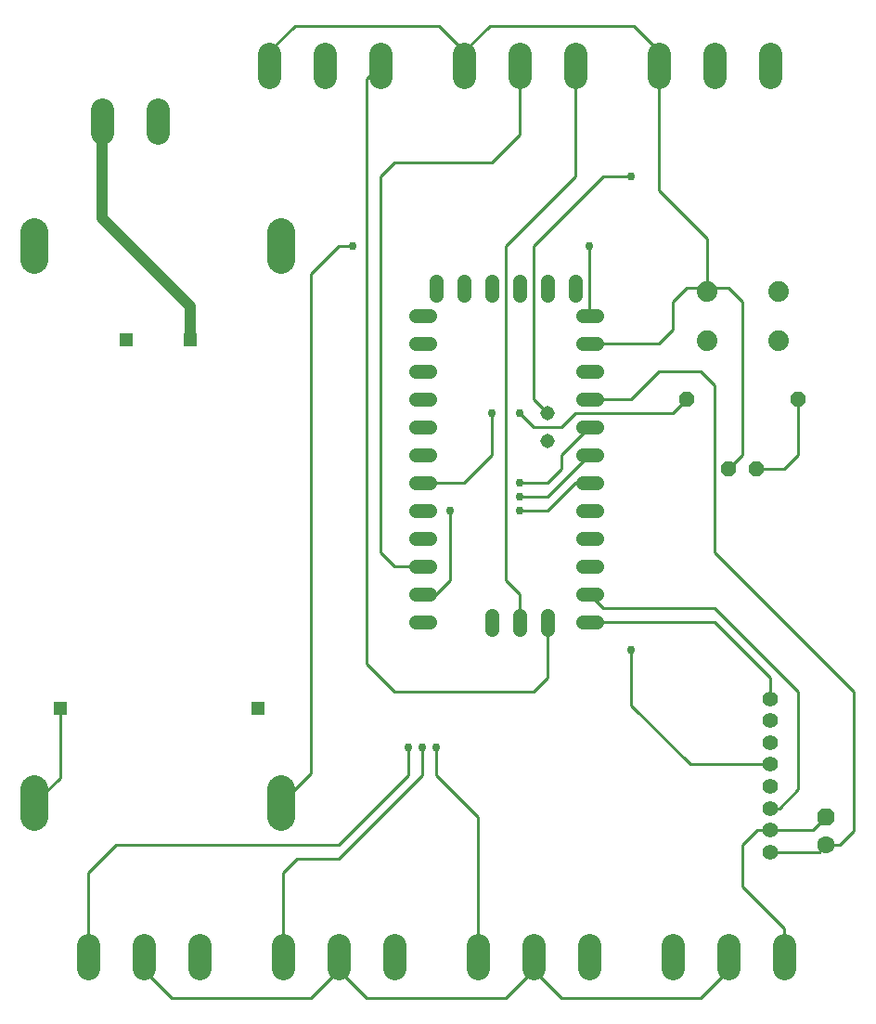
<source format=gbr>
G04 EAGLE Gerber RS-274X export*
G75*
%MOMM*%
%FSLAX34Y34*%
%LPD*%
%INBottom Copper*%
%IPPOS*%
%AMOC8*
5,1,8,0,0,1.08239X$1,22.5*%
G01*
%ADD10P,1.732040X8X112.500000*%
%ADD11C,1.600200*%
%ADD12C,1.879600*%
%ADD13C,2.540000*%
%ADD14P,1.429621X8X22.500000*%
%ADD15C,1.422400*%
%ADD16C,1.308000*%
%ADD17C,1.308000*%
%ADD18R,1.308000X1.308000*%
%ADD19C,2.095500*%
%ADD20C,0.254000*%
%ADD21C,0.756400*%
%ADD22C,1.016000*%


D10*
X774700Y177800D03*
D11*
X774700Y152400D03*
D12*
X665988Y657606D03*
X731012Y657606D03*
X665988Y612394D03*
X731012Y612394D03*
D13*
X52578Y685800D02*
X52578Y711200D01*
X277622Y711200D02*
X277622Y685800D01*
X52578Y203200D02*
X52578Y177800D01*
X277622Y177800D02*
X277622Y203200D01*
D14*
X685800Y495300D03*
X711200Y495300D03*
X647700Y558800D03*
X749300Y558800D03*
D15*
X723900Y145900D03*
X723900Y165900D03*
X723900Y185900D03*
X723900Y205900D03*
X723900Y225900D03*
X723900Y245900D03*
X723900Y265900D03*
X723900Y285900D03*
D16*
X419100Y653860D02*
X419100Y666940D01*
X444500Y666940D02*
X444500Y653860D01*
X469900Y653860D02*
X469900Y666940D01*
X495300Y666940D02*
X495300Y653860D01*
X520700Y653860D02*
X520700Y666940D01*
X546100Y666940D02*
X546100Y653860D01*
X412940Y635000D02*
X399860Y635000D01*
X399860Y609600D02*
X412940Y609600D01*
X412940Y584200D02*
X399860Y584200D01*
X399860Y558800D02*
X412940Y558800D01*
X412940Y533400D02*
X399860Y533400D01*
X399860Y508000D02*
X412940Y508000D01*
X412940Y482600D02*
X399860Y482600D01*
X399860Y457200D02*
X412940Y457200D01*
X412940Y431800D02*
X399860Y431800D01*
X399860Y406400D02*
X412940Y406400D01*
X412940Y381000D02*
X399860Y381000D01*
X399860Y355600D02*
X412940Y355600D01*
X552260Y635000D02*
X565340Y635000D01*
X565340Y609600D02*
X552260Y609600D01*
X552260Y584200D02*
X565340Y584200D01*
X565340Y558800D02*
X552260Y558800D01*
X552260Y533400D02*
X565340Y533400D01*
X565340Y508000D02*
X552260Y508000D01*
X552260Y482600D02*
X565340Y482600D01*
X565340Y457200D02*
X552260Y457200D01*
X552260Y431800D02*
X565340Y431800D01*
X565340Y406400D02*
X552260Y406400D01*
X552260Y381000D02*
X565340Y381000D01*
X565340Y355600D02*
X552260Y355600D01*
X520700Y362140D02*
X520700Y349060D01*
X495300Y349060D02*
X495300Y362140D01*
X469900Y362140D02*
X469900Y349060D01*
D17*
X520700Y546100D03*
X520700Y520700D03*
D18*
X135800Y613000D03*
X194800Y613000D03*
X255800Y277000D03*
X75800Y277000D03*
D19*
X165100Y802323D02*
X165100Y823278D01*
X114300Y823278D02*
X114300Y802323D01*
X101600Y61278D02*
X101600Y40323D01*
X152400Y40323D02*
X152400Y61278D01*
X203200Y61278D02*
X203200Y40323D01*
X279400Y40323D02*
X279400Y61278D01*
X330200Y61278D02*
X330200Y40323D01*
X381000Y40323D02*
X381000Y61278D01*
X457200Y61278D02*
X457200Y40323D01*
X508000Y40323D02*
X508000Y61278D01*
X558800Y61278D02*
X558800Y40323D01*
X635000Y40323D02*
X635000Y61278D01*
X685800Y61278D02*
X685800Y40323D01*
X736600Y40323D02*
X736600Y61278D01*
X723900Y853123D02*
X723900Y874078D01*
X673100Y874078D02*
X673100Y853123D01*
X622300Y853123D02*
X622300Y874078D01*
X546100Y874078D02*
X546100Y853123D01*
X495300Y853123D02*
X495300Y874078D01*
X444500Y874078D02*
X444500Y853123D01*
X368300Y853123D02*
X368300Y874078D01*
X317500Y874078D02*
X317500Y853123D01*
X266700Y853123D02*
X266700Y874078D01*
D20*
X723900Y165900D02*
X762800Y165900D01*
X774700Y177800D01*
X736600Y76200D02*
X736600Y50800D01*
X736600Y76200D02*
X698500Y114300D01*
X698500Y152400D01*
X712000Y165900D02*
X723900Y165900D01*
X712000Y165900D02*
X698500Y152400D01*
X266700Y863600D02*
X266700Y876300D01*
X290070Y899670D01*
X421130Y899670D02*
X444500Y876300D01*
X421130Y899670D02*
X290070Y899670D01*
X444500Y876300D02*
X444500Y863600D01*
X444500Y876300D02*
X467870Y899670D01*
X598930Y899670D02*
X622300Y876300D01*
X622300Y863600D01*
X598930Y899670D02*
X467870Y899670D01*
X622300Y863600D02*
X622300Y749300D01*
X665988Y705612D01*
X665988Y660400D01*
X665988Y657606D01*
X622300Y609600D02*
X558800Y609600D01*
X622300Y609600D02*
X635000Y622300D01*
X635000Y647700D01*
X647700Y660400D01*
X665988Y660400D01*
X698500Y508000D02*
X685800Y495300D01*
X698500Y647700D02*
X685800Y660400D01*
X665988Y660400D01*
X698500Y647700D02*
X698500Y508000D01*
D21*
X431800Y457200D03*
D20*
X431800Y393700D01*
X419100Y381000D01*
X406400Y381000D01*
X635000Y546100D02*
X647700Y558800D01*
X635000Y546100D02*
X546100Y546100D01*
X533400Y533400D01*
X508000Y533400D01*
X495300Y546100D01*
D21*
X495300Y546100D03*
X469900Y546100D03*
D20*
X469900Y508000D01*
X444500Y482600D01*
X406400Y482600D01*
X711200Y495300D02*
X736600Y495300D01*
X749300Y508000D01*
X749300Y558800D01*
X304800Y217678D02*
X277622Y190500D01*
D21*
X342900Y698500D03*
X558800Y698500D03*
D20*
X558800Y635000D01*
X304800Y673100D02*
X304800Y217678D01*
X330200Y698500D02*
X342900Y698500D01*
X330200Y698500D02*
X304800Y673100D01*
X75800Y277000D02*
X75800Y213722D01*
X52578Y190500D01*
X723900Y145900D02*
X768200Y145900D01*
X774700Y152400D01*
X596900Y558800D02*
X622300Y584200D01*
X660400Y584200D01*
X673100Y571500D01*
X673100Y419100D01*
X800100Y292100D01*
X800100Y165100D02*
X787400Y152400D01*
X774700Y152400D01*
X596900Y558800D02*
X558800Y558800D01*
X800100Y292100D02*
X800100Y165100D01*
X673100Y355600D02*
X558800Y355600D01*
X673100Y355600D02*
X723900Y304800D01*
X723900Y285900D01*
X571500Y368300D02*
X558800Y381000D01*
X571500Y368300D02*
X673100Y368300D01*
X723900Y185900D02*
X732000Y185900D01*
X749300Y292100D02*
X673100Y368300D01*
X749300Y292100D02*
X749300Y203200D01*
X732000Y185900D01*
X723900Y225900D02*
X650400Y225900D01*
X596900Y279400D02*
X596900Y330200D01*
D21*
X596900Y330200D03*
D20*
X596900Y279400D02*
X650400Y225900D01*
D22*
X114300Y723900D02*
X114300Y812800D01*
X194800Y643400D02*
X194800Y613000D01*
X194800Y643400D02*
X114300Y723900D01*
D20*
X101600Y127000D02*
X101600Y50800D01*
X101600Y127000D02*
X127000Y152400D01*
X330200Y152400D01*
X393700Y215900D02*
X393700Y241300D01*
X393700Y215900D02*
X330200Y152400D01*
D21*
X393700Y241300D03*
X495300Y482600D03*
D20*
X520700Y482600D01*
X533400Y495300D01*
X533400Y508000D01*
X558800Y533400D01*
X279400Y127000D02*
X279400Y50800D01*
X279400Y127000D02*
X292100Y139700D01*
X330200Y139700D01*
X406400Y215900D01*
X406400Y241300D01*
D21*
X406400Y241300D03*
X495300Y469900D03*
D20*
X520700Y469900D01*
X558800Y508000D01*
X457200Y177800D02*
X457200Y50800D01*
X457200Y177800D02*
X419100Y215900D01*
X419100Y241300D01*
D21*
X419100Y241300D03*
X495300Y457200D03*
D20*
X520700Y457200D01*
X546100Y482600D02*
X558800Y482600D01*
X546100Y482600D02*
X520700Y457200D01*
X520700Y546100D02*
X508000Y558800D01*
X508000Y698500D01*
X571500Y762000D01*
X596900Y762000D01*
D21*
X596900Y762000D03*
D20*
X546100Y762000D02*
X546100Y863600D01*
X546100Y762000D02*
X482600Y698500D01*
X482600Y393700D01*
X495300Y381000D01*
X495300Y355600D01*
X355600Y850900D02*
X368300Y863600D01*
X355600Y317500D02*
X381000Y292100D01*
X508000Y292100D01*
X520700Y304800D01*
X520700Y355600D01*
X355600Y317500D02*
X355600Y850900D01*
X152400Y50800D02*
X152400Y38100D01*
X177800Y12700D02*
X304800Y12700D01*
X330200Y38100D01*
X177800Y12700D02*
X152400Y38100D01*
X330200Y38100D02*
X330200Y50800D01*
X330200Y38100D02*
X355600Y12700D01*
X482600Y12700D01*
X508000Y38100D01*
X508000Y50800D01*
X508000Y38100D02*
X533400Y12700D01*
X660400Y12700D02*
X685800Y38100D01*
X685800Y50800D01*
X660400Y12700D02*
X533400Y12700D01*
X495300Y800100D02*
X495300Y863600D01*
X495300Y800100D02*
X469900Y774700D01*
X381000Y774700D01*
X368300Y762000D01*
X368300Y419100D02*
X381000Y406400D01*
X406400Y406400D01*
X368300Y419100D02*
X368300Y762000D01*
M02*

</source>
